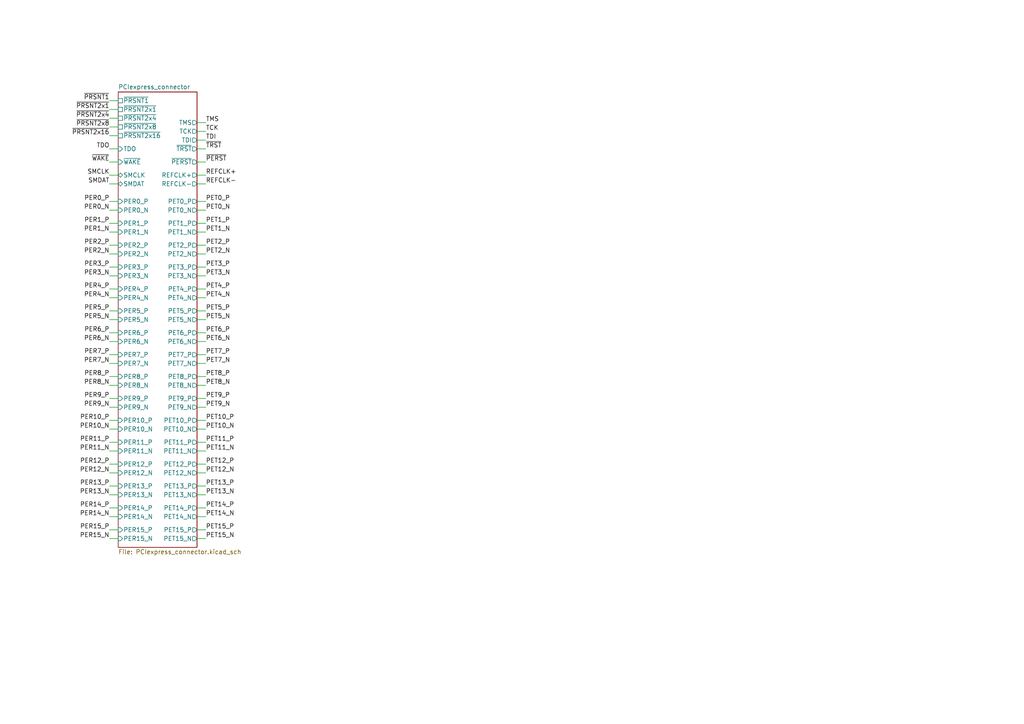
<source format=kicad_sch>
(kicad_sch
	(version 20250114)
	(generator "eeschema")
	(generator_version "9.0")
	(uuid "148df24a-5859-4411-9e44-87ad79f56f11")
	(paper "A4")
	(title_block
		(title "PCIexpress_x16_half")
		(company "Author: Luca Anastasio")
	)
	(lib_symbols)
	(wire
		(pts
			(xy 31.75 149.86) (xy 34.29 149.86)
		)
		(stroke
			(width 0)
			(type default)
		)
		(uuid "07505e2a-70b2-4115-bb08-3019cc7d8ca1")
	)
	(wire
		(pts
			(xy 57.15 60.96) (xy 59.69 60.96)
		)
		(stroke
			(width 0)
			(type default)
		)
		(uuid "0b51d660-9530-4bfa-9e40-0e6ae2e28a77")
	)
	(wire
		(pts
			(xy 31.75 140.97) (xy 34.29 140.97)
		)
		(stroke
			(width 0)
			(type default)
		)
		(uuid "0e56531b-ec0b-4000-b380-90cf182fe61d")
	)
	(wire
		(pts
			(xy 31.75 99.06) (xy 34.29 99.06)
		)
		(stroke
			(width 0)
			(type default)
		)
		(uuid "0f249db2-615e-4977-9597-1e9b5515735d")
	)
	(wire
		(pts
			(xy 57.15 118.11) (xy 59.69 118.11)
		)
		(stroke
			(width 0)
			(type default)
		)
		(uuid "12398061-b9ea-4b41-abd3-cdd5f7260c55")
	)
	(wire
		(pts
			(xy 31.75 34.29) (xy 34.29 34.29)
		)
		(stroke
			(width 0)
			(type default)
		)
		(uuid "15580b6e-df86-4ddd-9797-f46437cc7590")
	)
	(wire
		(pts
			(xy 57.15 43.18) (xy 59.69 43.18)
		)
		(stroke
			(width 0)
			(type default)
		)
		(uuid "168a9400-9414-4960-9562-ce7d6e526a8d")
	)
	(wire
		(pts
			(xy 31.75 90.17) (xy 34.29 90.17)
		)
		(stroke
			(width 0)
			(type default)
		)
		(uuid "19162d40-5ba9-482a-b0c4-e6b86f92b71c")
	)
	(wire
		(pts
			(xy 31.75 43.18) (xy 34.29 43.18)
		)
		(stroke
			(width 0)
			(type default)
		)
		(uuid "1aa016e8-dcb7-40a8-9edc-cbebe5b5cea7")
	)
	(wire
		(pts
			(xy 31.75 53.34) (xy 34.29 53.34)
		)
		(stroke
			(width 0)
			(type default)
		)
		(uuid "1b7ec145-44ee-40fe-9f8c-b0ccf5ae2d5a")
	)
	(wire
		(pts
			(xy 57.15 102.87) (xy 59.69 102.87)
		)
		(stroke
			(width 0)
			(type default)
		)
		(uuid "25dcac00-6a25-4840-9be0-a4fa8f137a1e")
	)
	(wire
		(pts
			(xy 57.15 105.41) (xy 59.69 105.41)
		)
		(stroke
			(width 0)
			(type default)
		)
		(uuid "264df426-3b74-4675-95f3-62ec84aa058d")
	)
	(wire
		(pts
			(xy 31.75 121.92) (xy 34.29 121.92)
		)
		(stroke
			(width 0)
			(type default)
		)
		(uuid "28ecff6f-1788-4f35-9033-f982ac95b396")
	)
	(wire
		(pts
			(xy 31.75 109.22) (xy 34.29 109.22)
		)
		(stroke
			(width 0)
			(type default)
		)
		(uuid "2e2c9979-eaf3-4d6b-8c74-aba88cb85fe0")
	)
	(wire
		(pts
			(xy 57.15 124.46) (xy 59.69 124.46)
		)
		(stroke
			(width 0)
			(type default)
		)
		(uuid "32ac0e74-ccc3-4612-a2dc-ebe35f43bc18")
	)
	(wire
		(pts
			(xy 57.15 58.42) (xy 59.69 58.42)
		)
		(stroke
			(width 0)
			(type default)
		)
		(uuid "36b956b7-3ca4-444d-85be-cade61c8bf9c")
	)
	(wire
		(pts
			(xy 57.15 71.12) (xy 59.69 71.12)
		)
		(stroke
			(width 0)
			(type default)
		)
		(uuid "37fbeb07-48a9-42a8-9338-391a73fe7fc2")
	)
	(wire
		(pts
			(xy 57.15 137.16) (xy 59.69 137.16)
		)
		(stroke
			(width 0)
			(type default)
		)
		(uuid "3c13ef58-090b-442f-b9ca-40a39c970f43")
	)
	(wire
		(pts
			(xy 57.15 149.86) (xy 59.69 149.86)
		)
		(stroke
			(width 0)
			(type default)
		)
		(uuid "3d6067ae-2062-465b-a67a-e80598ef4eb8")
	)
	(wire
		(pts
			(xy 31.75 124.46) (xy 34.29 124.46)
		)
		(stroke
			(width 0)
			(type default)
		)
		(uuid "3e155010-27f0-4cd3-ab43-2742ad894fe4")
	)
	(wire
		(pts
			(xy 57.15 99.06) (xy 59.69 99.06)
		)
		(stroke
			(width 0)
			(type default)
		)
		(uuid "3fbe5939-a5d6-4b23-93fb-02644e5241e9")
	)
	(wire
		(pts
			(xy 57.15 96.52) (xy 59.69 96.52)
		)
		(stroke
			(width 0)
			(type default)
		)
		(uuid "411baaa9-dafc-489c-a96d-d4e566031b25")
	)
	(wire
		(pts
			(xy 31.75 39.37) (xy 34.29 39.37)
		)
		(stroke
			(width 0)
			(type default)
		)
		(uuid "42ab7a9a-3635-4024-940b-2b069977c022")
	)
	(wire
		(pts
			(xy 57.15 134.62) (xy 59.69 134.62)
		)
		(stroke
			(width 0)
			(type default)
		)
		(uuid "443e49b2-fe48-4d46-abbc-4b1b8443cfaf")
	)
	(wire
		(pts
			(xy 57.15 80.01) (xy 59.69 80.01)
		)
		(stroke
			(width 0)
			(type default)
		)
		(uuid "4972a7c0-4c0e-4b7a-828a-d7d0349059ca")
	)
	(wire
		(pts
			(xy 57.15 35.56) (xy 59.69 35.56)
		)
		(stroke
			(width 0)
			(type default)
		)
		(uuid "4a475fdd-8bc2-4d0d-909f-3c357163b723")
	)
	(wire
		(pts
			(xy 57.15 121.92) (xy 59.69 121.92)
		)
		(stroke
			(width 0)
			(type default)
		)
		(uuid "4bb515f7-340d-45ab-a348-69e34a9f1185")
	)
	(wire
		(pts
			(xy 57.15 128.27) (xy 59.69 128.27)
		)
		(stroke
			(width 0)
			(type default)
		)
		(uuid "4be09b10-a897-40bb-82bb-17c1e5fc4596")
	)
	(wire
		(pts
			(xy 57.15 130.81) (xy 59.69 130.81)
		)
		(stroke
			(width 0)
			(type default)
		)
		(uuid "4e134fea-5ef5-4922-847e-9fe97ba21e9f")
	)
	(wire
		(pts
			(xy 57.15 64.77) (xy 59.69 64.77)
		)
		(stroke
			(width 0)
			(type default)
		)
		(uuid "4ffba883-43aa-4f31-a953-62591bee5ee4")
	)
	(wire
		(pts
			(xy 57.15 147.32) (xy 59.69 147.32)
		)
		(stroke
			(width 0)
			(type default)
		)
		(uuid "50b51fd6-86fb-4501-9bfe-a77cae357f47")
	)
	(wire
		(pts
			(xy 31.75 31.75) (xy 34.29 31.75)
		)
		(stroke
			(width 0)
			(type default)
		)
		(uuid "552f5eee-584e-4541-9280-ade4441a26e1")
	)
	(wire
		(pts
			(xy 57.15 143.51) (xy 59.69 143.51)
		)
		(stroke
			(width 0)
			(type default)
		)
		(uuid "5531128d-039f-40d2-a834-366afb2df4e2")
	)
	(wire
		(pts
			(xy 31.75 105.41) (xy 34.29 105.41)
		)
		(stroke
			(width 0)
			(type default)
		)
		(uuid "5836ca57-f640-4ba1-9633-bad51552997e")
	)
	(wire
		(pts
			(xy 57.15 86.36) (xy 59.69 86.36)
		)
		(stroke
			(width 0)
			(type default)
		)
		(uuid "5c7fde73-47df-48ca-adb5-99d020151e73")
	)
	(wire
		(pts
			(xy 31.75 80.01) (xy 34.29 80.01)
		)
		(stroke
			(width 0)
			(type default)
		)
		(uuid "5e50bc4a-c34c-40e2-b793-a9911e629117")
	)
	(wire
		(pts
			(xy 31.75 36.83) (xy 34.29 36.83)
		)
		(stroke
			(width 0)
			(type default)
		)
		(uuid "63d8cbbc-1712-4e56-8ce9-d9b5e0a95eeb")
	)
	(wire
		(pts
			(xy 57.15 77.47) (xy 59.69 77.47)
		)
		(stroke
			(width 0)
			(type default)
		)
		(uuid "695ad987-8308-4f44-907a-712f6a03c60c")
	)
	(wire
		(pts
			(xy 31.75 128.27) (xy 34.29 128.27)
		)
		(stroke
			(width 0)
			(type default)
		)
		(uuid "6d9cf16f-9b1f-4cbe-b31c-6d657ef30ea5")
	)
	(wire
		(pts
			(xy 31.75 153.67) (xy 34.29 153.67)
		)
		(stroke
			(width 0)
			(type default)
		)
		(uuid "736031f8-cb1b-4f4d-91df-f4f2f70c6cb1")
	)
	(wire
		(pts
			(xy 31.75 92.71) (xy 34.29 92.71)
		)
		(stroke
			(width 0)
			(type default)
		)
		(uuid "74f8d450-339b-4c09-9925-11214953079d")
	)
	(wire
		(pts
			(xy 57.15 83.82) (xy 59.69 83.82)
		)
		(stroke
			(width 0)
			(type default)
		)
		(uuid "7871f659-ccf6-4f7c-893d-b340e0654414")
	)
	(wire
		(pts
			(xy 31.75 115.57) (xy 34.29 115.57)
		)
		(stroke
			(width 0)
			(type default)
		)
		(uuid "7a2368db-d756-407c-9466-8b6d259959f3")
	)
	(wire
		(pts
			(xy 31.75 50.8) (xy 34.29 50.8)
		)
		(stroke
			(width 0)
			(type default)
		)
		(uuid "7be166e0-f6e5-4d13-ba6c-bcaa3fbfa29d")
	)
	(wire
		(pts
			(xy 57.15 111.76) (xy 59.69 111.76)
		)
		(stroke
			(width 0)
			(type default)
		)
		(uuid "7e04cbab-f9b3-4297-a9cb-c59ec2e34896")
	)
	(wire
		(pts
			(xy 31.75 147.32) (xy 34.29 147.32)
		)
		(stroke
			(width 0)
			(type default)
		)
		(uuid "8031c00c-2f72-4892-95d9-8dee12bc3fb4")
	)
	(wire
		(pts
			(xy 31.75 96.52) (xy 34.29 96.52)
		)
		(stroke
			(width 0)
			(type default)
		)
		(uuid "837d08a5-a03a-4b12-b8b1-c34143e83d67")
	)
	(wire
		(pts
			(xy 31.75 134.62) (xy 34.29 134.62)
		)
		(stroke
			(width 0)
			(type default)
		)
		(uuid "852ec76a-8b1c-4f05-a908-7a8689229642")
	)
	(wire
		(pts
			(xy 57.15 156.21) (xy 59.69 156.21)
		)
		(stroke
			(width 0)
			(type default)
		)
		(uuid "85e51fef-9c36-4f0d-aae9-1b27b6cb15ce")
	)
	(wire
		(pts
			(xy 31.75 130.81) (xy 34.29 130.81)
		)
		(stroke
			(width 0)
			(type default)
		)
		(uuid "8f4f6594-7128-4385-9ba4-00b551019f3b")
	)
	(wire
		(pts
			(xy 57.15 50.8) (xy 59.69 50.8)
		)
		(stroke
			(width 0)
			(type default)
		)
		(uuid "933813ef-1423-41b8-8d96-d476c28e2270")
	)
	(wire
		(pts
			(xy 57.15 53.34) (xy 59.69 53.34)
		)
		(stroke
			(width 0)
			(type default)
		)
		(uuid "93a2fc64-1677-4921-8536-0bf71ef67625")
	)
	(wire
		(pts
			(xy 31.75 156.21) (xy 34.29 156.21)
		)
		(stroke
			(width 0)
			(type default)
		)
		(uuid "954e0291-0dcf-4ec7-850d-eec2a83ff3c1")
	)
	(wire
		(pts
			(xy 31.75 46.99) (xy 34.29 46.99)
		)
		(stroke
			(width 0)
			(type default)
		)
		(uuid "9b26487d-c974-4cc6-8efa-02f610a6e769")
	)
	(wire
		(pts
			(xy 31.75 77.47) (xy 34.29 77.47)
		)
		(stroke
			(width 0)
			(type default)
		)
		(uuid "a5018b6e-3a35-488f-a64c-feb67cb05f6e")
	)
	(wire
		(pts
			(xy 31.75 102.87) (xy 34.29 102.87)
		)
		(stroke
			(width 0)
			(type default)
		)
		(uuid "abf3e6c7-7363-4271-82df-04d6d2988b32")
	)
	(wire
		(pts
			(xy 31.75 60.96) (xy 34.29 60.96)
		)
		(stroke
			(width 0)
			(type default)
		)
		(uuid "ac576953-4a00-42ea-a271-ce503cbabb5a")
	)
	(wire
		(pts
			(xy 57.15 67.31) (xy 59.69 67.31)
		)
		(stroke
			(width 0)
			(type default)
		)
		(uuid "ad03531d-4084-44c9-997a-0168888d0d53")
	)
	(wire
		(pts
			(xy 57.15 153.67) (xy 59.69 153.67)
		)
		(stroke
			(width 0)
			(type default)
		)
		(uuid "b3e55bf3-4cd2-47ef-a7fa-273f8c023276")
	)
	(wire
		(pts
			(xy 31.75 58.42) (xy 34.29 58.42)
		)
		(stroke
			(width 0)
			(type default)
		)
		(uuid "b5df2a42-dfdb-40c3-927b-c534425aa6ca")
	)
	(wire
		(pts
			(xy 31.75 143.51) (xy 34.29 143.51)
		)
		(stroke
			(width 0)
			(type default)
		)
		(uuid "c206fa56-42ce-481f-9dfa-d7bfbd898393")
	)
	(wire
		(pts
			(xy 57.15 109.22) (xy 59.69 109.22)
		)
		(stroke
			(width 0)
			(type default)
		)
		(uuid "c2852a3b-203c-447f-9c5d-b3f5e75d1ff0")
	)
	(wire
		(pts
			(xy 31.75 137.16) (xy 34.29 137.16)
		)
		(stroke
			(width 0)
			(type default)
		)
		(uuid "dd480d6d-0795-4d48-93e1-15062b2ad54d")
	)
	(wire
		(pts
			(xy 31.75 83.82) (xy 34.29 83.82)
		)
		(stroke
			(width 0)
			(type default)
		)
		(uuid "de1916c1-84fa-4b21-9295-22d2d55027ad")
	)
	(wire
		(pts
			(xy 31.75 73.66) (xy 34.29 73.66)
		)
		(stroke
			(width 0)
			(type default)
		)
		(uuid "de5f90a2-3440-434b-b022-c71ed4a886d0")
	)
	(wire
		(pts
			(xy 31.75 86.36) (xy 34.29 86.36)
		)
		(stroke
			(width 0)
			(type default)
		)
		(uuid "df9ed59b-7be2-4062-bc74-c345d1db48ee")
	)
	(wire
		(pts
			(xy 57.15 90.17) (xy 59.69 90.17)
		)
		(stroke
			(width 0)
			(type default)
		)
		(uuid "e28cf29f-1c83-4365-83b1-b0f26ccb43a9")
	)
	(wire
		(pts
			(xy 57.15 46.99) (xy 59.69 46.99)
		)
		(stroke
			(width 0)
			(type default)
		)
		(uuid "e3ddf4d2-f324-441f-af93-07aedb2d5f76")
	)
	(wire
		(pts
			(xy 31.75 111.76) (xy 34.29 111.76)
		)
		(stroke
			(width 0)
			(type default)
		)
		(uuid "e8f675bd-5a5a-40b1-bc1d-06fa7c50b5e2")
	)
	(wire
		(pts
			(xy 31.75 64.77) (xy 34.29 64.77)
		)
		(stroke
			(width 0)
			(type default)
		)
		(uuid "e93c0acd-0c66-40f1-ae45-7ef2f881b828")
	)
	(wire
		(pts
			(xy 57.15 115.57) (xy 59.69 115.57)
		)
		(stroke
			(width 0)
			(type default)
		)
		(uuid "ee35307e-a6b3-487f-af12-792c79b94753")
	)
	(wire
		(pts
			(xy 57.15 92.71) (xy 59.69 92.71)
		)
		(stroke
			(width 0)
			(type default)
		)
		(uuid "eeef387e-b831-4472-a18a-859b90da58da")
	)
	(wire
		(pts
			(xy 31.75 29.21) (xy 34.29 29.21)
		)
		(stroke
			(width 0)
			(type default)
		)
		(uuid "f08989ed-1c79-40ee-97f3-d43857d0c3aa")
	)
	(wire
		(pts
			(xy 57.15 38.1) (xy 59.69 38.1)
		)
		(stroke
			(width 0)
			(type default)
		)
		(uuid "f126f138-4c0e-4660-a741-0cdcc4f0bda5")
	)
	(wire
		(pts
			(xy 31.75 67.31) (xy 34.29 67.31)
		)
		(stroke
			(width 0)
			(type default)
		)
		(uuid "f428c5b5-330a-477b-b644-7bdc4ed949cb")
	)
	(wire
		(pts
			(xy 57.15 40.64) (xy 59.69 40.64)
		)
		(stroke
			(width 0)
			(type default)
		)
		(uuid "f7b273d2-f338-40ca-b23e-ba6af9a44521")
	)
	(wire
		(pts
			(xy 57.15 140.97) (xy 59.69 140.97)
		)
		(stroke
			(width 0)
			(type default)
		)
		(uuid "f9aca337-c3af-40b6-8d4e-ae98acfc384f")
	)
	(wire
		(pts
			(xy 57.15 73.66) (xy 59.69 73.66)
		)
		(stroke
			(width 0)
			(type default)
		)
		(uuid "fa8de0cc-bd47-4b8d-b16a-d7bf461a8a9d")
	)
	(wire
		(pts
			(xy 31.75 118.11) (xy 34.29 118.11)
		)
		(stroke
			(width 0)
			(type default)
		)
		(uuid "fe28be6c-129e-4833-aba8-5608f2b43450")
	)
	(wire
		(pts
			(xy 31.75 71.12) (xy 34.29 71.12)
		)
		(stroke
			(width 0)
			(type default)
		)
		(uuid "fe59e63e-69e7-4a0d-afdf-162089b75fb5")
	)
	(label "PER7_P"
		(at 31.75 102.87 180)
		(effects
			(font
				(size 1.27 1.27)
			)
			(justify right bottom)
		)
		(uuid "064be00f-adf2-464a-a4a6-e25f5cb695ee")
	)
	(label "TDO"
		(at 31.75 43.18 180)
		(effects
			(font
				(size 1.27 1.27)
			)
			(justify right bottom)
		)
		(uuid "06e83ae1-f085-43c8-aaaa-40c18d21793f")
	)
	(label "PER3_P"
		(at 31.75 77.47 180)
		(effects
			(font
				(size 1.27 1.27)
			)
			(justify right bottom)
		)
		(uuid "0b1a0278-06ad-4836-bc50-d8c922a0d3e5")
	)
	(label "PET13_N"
		(at 59.69 143.51 0)
		(effects
			(font
				(size 1.27 1.27)
			)
			(justify left bottom)
		)
		(uuid "0dc2efd6-8cc2-4493-bac0-b0472699a79a")
	)
	(label "PER14_P"
		(at 31.75 147.32 180)
		(effects
			(font
				(size 1.27 1.27)
			)
			(justify right bottom)
		)
		(uuid "0f858302-013f-4fe7-b6b8-ad35a357173f")
	)
	(label "PER5_P"
		(at 31.75 90.17 180)
		(effects
			(font
				(size 1.27 1.27)
			)
			(justify right bottom)
		)
		(uuid "1157323e-3808-4f0f-8a0e-0bd37fbc2e31")
	)
	(label "TDI"
		(at 59.69 40.64 0)
		(effects
			(font
				(size 1.27 1.27)
			)
			(justify left bottom)
		)
		(uuid "1225fdf1-18b8-496a-bd96-9cf92dfa7f45")
	)
	(label "PER6_N"
		(at 31.75 99.06 180)
		(effects
			(font
				(size 1.27 1.27)
			)
			(justify right bottom)
		)
		(uuid "12c2f310-c280-4c22-914e-3d4ca7b2c628")
	)
	(label "PER13_N"
		(at 31.75 143.51 180)
		(effects
			(font
				(size 1.27 1.27)
			)
			(justify right bottom)
		)
		(uuid "1589e96c-148d-4832-86d0-4f645a1e026a")
	)
	(label "PET2_N"
		(at 59.69 73.66 0)
		(effects
			(font
				(size 1.27 1.27)
			)
			(justify left bottom)
		)
		(uuid "1b076d0c-3640-473f-bbc5-7f2762ff550f")
	)
	(label "PET12_N"
		(at 59.69 137.16 0)
		(effects
			(font
				(size 1.27 1.27)
			)
			(justify left bottom)
		)
		(uuid "1e3300b1-d878-459a-a7f8-f7b8f474bd37")
	)
	(label "PER2_P"
		(at 31.75 71.12 180)
		(effects
			(font
				(size 1.27 1.27)
			)
			(justify right bottom)
		)
		(uuid "2045df47-f94e-4e06-bdbb-8b16f04c04c4")
	)
	(label "PET3_N"
		(at 59.69 80.01 0)
		(effects
			(font
				(size 1.27 1.27)
			)
			(justify left bottom)
		)
		(uuid "2731ccbd-a481-4adb-8e44-cb4340728510")
	)
	(label "PET4_P"
		(at 59.69 83.82 0)
		(effects
			(font
				(size 1.27 1.27)
			)
			(justify left bottom)
		)
		(uuid "32704da2-33dc-4d25-b285-be8bd12f44ad")
	)
	(label "PET2_P"
		(at 59.69 71.12 0)
		(effects
			(font
				(size 1.27 1.27)
			)
			(justify left bottom)
		)
		(uuid "3cbeee4b-4c38-4ac2-aeb9-b7d2268e611f")
	)
	(label "PET1_N"
		(at 59.69 67.31 0)
		(effects
			(font
				(size 1.27 1.27)
			)
			(justify left bottom)
		)
		(uuid "41f3bcba-1596-4656-9b08-57574f4d8331")
	)
	(label "PET7_P"
		(at 59.69 102.87 0)
		(effects
			(font
				(size 1.27 1.27)
			)
			(justify left bottom)
		)
		(uuid "422ee666-08b8-4dca-9b78-8755aa1c2b7c")
	)
	(label "PER10_N"
		(at 31.75 124.46 180)
		(effects
			(font
				(size 1.27 1.27)
			)
			(justify right bottom)
		)
		(uuid "428dbab9-0530-4c92-a17c-017386b29a48")
	)
	(label "PER12_P"
		(at 31.75 134.62 180)
		(effects
			(font
				(size 1.27 1.27)
			)
			(justify right bottom)
		)
		(uuid "446035a2-702f-4391-b8b7-d7143f5750ca")
	)
	(label "PET12_P"
		(at 59.69 134.62 0)
		(effects
			(font
				(size 1.27 1.27)
			)
			(justify left bottom)
		)
		(uuid "4892b399-3823-4d3b-8ccd-6417a5a8b5cd")
	)
	(label "PER12_N"
		(at 31.75 137.16 180)
		(effects
			(font
				(size 1.27 1.27)
			)
			(justify right bottom)
		)
		(uuid "496cb60a-218d-4fa6-aefd-b25b1eca848a")
	)
	(label "PET1_P"
		(at 59.69 64.77 0)
		(effects
			(font
				(size 1.27 1.27)
			)
			(justify left bottom)
		)
		(uuid "507a2701-8166-459d-9138-cb32de297881")
	)
	(label "~{PRSNT2x8}"
		(at 31.75 36.83 180)
		(effects
			(font
				(size 1.27 1.27)
			)
			(justify right bottom)
		)
		(uuid "53513290-0091-4867-9316-71bbdd705768")
	)
	(label "~{PRSNT1}"
		(at 31.75 29.21 180)
		(effects
			(font
				(size 1.27 1.27)
			)
			(justify right bottom)
		)
		(uuid "56b4bef2-5894-478a-9891-88307c71f03a")
	)
	(label "PER11_P"
		(at 31.75 128.27 180)
		(effects
			(font
				(size 1.27 1.27)
			)
			(justify right bottom)
		)
		(uuid "59d26bf5-ac1b-40b7-9090-74b9c5c9eee7")
	)
	(label "PER7_N"
		(at 31.75 105.41 180)
		(effects
			(font
				(size 1.27 1.27)
			)
			(justify right bottom)
		)
		(uuid "5e14b860-2cfc-4472-94e6-0a5e1ec48aa7")
	)
	(label "PER13_P"
		(at 31.75 140.97 180)
		(effects
			(font
				(size 1.27 1.27)
			)
			(justify right bottom)
		)
		(uuid "628a6cd8-c95c-49f7-a0b1-9a26724d5bb1")
	)
	(label "PER3_N"
		(at 31.75 80.01 180)
		(effects
			(font
				(size 1.27 1.27)
			)
			(justify right bottom)
		)
		(uuid "66d18110-a198-4a6d-80a2-bd666b398ccd")
	)
	(label "PER9_P"
		(at 31.75 115.57 180)
		(effects
			(font
				(size 1.27 1.27)
			)
			(justify right bottom)
		)
		(uuid "6939572b-c608-4e8c-8ed6-026d4857d4e7")
	)
	(label "PET14_P"
		(at 59.69 147.32 0)
		(effects
			(font
				(size 1.27 1.27)
			)
			(justify left bottom)
		)
		(uuid "69692add-d310-45a3-bbe4-fd33d2d79865")
	)
	(label "PER0_N"
		(at 31.75 60.96 180)
		(effects
			(font
				(size 1.27 1.27)
			)
			(justify right bottom)
		)
		(uuid "69b0432c-d055-49dd-85f0-f0edcd79f569")
	)
	(label "PET5_P"
		(at 59.69 90.17 0)
		(effects
			(font
				(size 1.27 1.27)
			)
			(justify left bottom)
		)
		(uuid "743e2522-c617-45c0-ad42-0faa11bc4a80")
	)
	(label "PER4_P"
		(at 31.75 83.82 180)
		(effects
			(font
				(size 1.27 1.27)
			)
			(justify right bottom)
		)
		(uuid "784f8be1-6332-4124-a928-aa1892f6e6ee")
	)
	(label "PET4_N"
		(at 59.69 86.36 0)
		(effects
			(font
				(size 1.27 1.27)
			)
			(justify left bottom)
		)
		(uuid "7c1cd32c-f812-4bfa-9521-ec499953b344")
	)
	(label "PET10_N"
		(at 59.69 124.46 0)
		(effects
			(font
				(size 1.27 1.27)
			)
			(justify left bottom)
		)
		(uuid "7c723cf1-131b-497f-a63b-297774a4b1cb")
	)
	(label "PET9_N"
		(at 59.69 118.11 0)
		(effects
			(font
				(size 1.27 1.27)
			)
			(justify left bottom)
		)
		(uuid "7cc1074c-c9a2-4a1a-bf6e-725bf7f3006d")
	)
	(label "PER14_N"
		(at 31.75 149.86 180)
		(effects
			(font
				(size 1.27 1.27)
			)
			(justify right bottom)
		)
		(uuid "7fc958c3-7e54-44da-9244-a9430f15f4b1")
	)
	(label "PET11_N"
		(at 59.69 130.81 0)
		(effects
			(font
				(size 1.27 1.27)
			)
			(justify left bottom)
		)
		(uuid "812a4f64-f76e-4a4f-834f-385a3abde6a5")
	)
	(label "PER8_P"
		(at 31.75 109.22 180)
		(effects
			(font
				(size 1.27 1.27)
			)
			(justify right bottom)
		)
		(uuid "814a0270-5e9f-4dd0-8564-3bcd49d0bd42")
	)
	(label "PER6_P"
		(at 31.75 96.52 180)
		(effects
			(font
				(size 1.27 1.27)
			)
			(justify right bottom)
		)
		(uuid "82104fbc-5da2-4e1e-8099-fc5e15955a23")
	)
	(label "PER1_N"
		(at 31.75 67.31 180)
		(effects
			(font
				(size 1.27 1.27)
			)
			(justify right bottom)
		)
		(uuid "8381198c-bb4e-4dcc-85c3-ea3e5a0038cf")
	)
	(label "PET10_P"
		(at 59.69 121.92 0)
		(effects
			(font
				(size 1.27 1.27)
			)
			(justify left bottom)
		)
		(uuid "8468b16b-e2e6-4394-b4a0-0c61e3144c8b")
	)
	(label "PET15_N"
		(at 59.69 156.21 0)
		(effects
			(font
				(size 1.27 1.27)
			)
			(justify left bottom)
		)
		(uuid "85b72338-ab26-4f75-9d65-39ccb92406cc")
	)
	(label "PER4_N"
		(at 31.75 86.36 180)
		(effects
			(font
				(size 1.27 1.27)
			)
			(justify right bottom)
		)
		(uuid "8a4e301e-e2fc-4eba-8969-d2d1664e9393")
	)
	(label "SMCLK"
		(at 31.75 50.8 180)
		(effects
			(font
				(size 1.27 1.27)
			)
			(justify right bottom)
		)
		(uuid "8a7fb862-b04c-4249-b62d-f9421f100cdb")
	)
	(label "PET9_P"
		(at 59.69 115.57 0)
		(effects
			(font
				(size 1.27 1.27)
			)
			(justify left bottom)
		)
		(uuid "91a903c4-a2f2-418f-98b0-bff6d3f55ad4")
	)
	(label "~{PRSNT2x4}"
		(at 31.75 34.29 180)
		(effects
			(font
				(size 1.27 1.27)
			)
			(justify right bottom)
		)
		(uuid "98c206e0-bdd9-499b-9cf6-b941a6c0c07f")
	)
	(label "PET15_P"
		(at 59.69 153.67 0)
		(effects
			(font
				(size 1.27 1.27)
			)
			(justify left bottom)
		)
		(uuid "9aa2a9c1-6359-40ac-b25a-d6d33d68985d")
	)
	(label "PER11_N"
		(at 31.75 130.81 180)
		(effects
			(font
				(size 1.27 1.27)
			)
			(justify right bottom)
		)
		(uuid "9f009bd0-60e7-44bf-9e17-87da8dbf653e")
	)
	(label "SMDAT"
		(at 31.75 53.34 180)
		(effects
			(font
				(size 1.27 1.27)
			)
			(justify right bottom)
		)
		(uuid "a02834f3-0c7a-4bce-8d7a-a9e1fbde3656")
	)
	(label "PER15_P"
		(at 31.75 153.67 180)
		(effects
			(font
				(size 1.27 1.27)
			)
			(justify right bottom)
		)
		(uuid "a2a00ce3-0065-49f6-acf7-37e30908d4ab")
	)
	(label "PER5_N"
		(at 31.75 92.71 180)
		(effects
			(font
				(size 1.27 1.27)
			)
			(justify right bottom)
		)
		(uuid "a7f5286e-c57a-4361-90b9-ccca3793dc0a")
	)
	(label "PET13_P"
		(at 59.69 140.97 0)
		(effects
			(font
				(size 1.27 1.27)
			)
			(justify left bottom)
		)
		(uuid "b7c80db8-0d93-4e48-8f85-dc14bfa9c67e")
	)
	(label "PER10_P"
		(at 31.75 121.92 180)
		(effects
			(font
				(size 1.27 1.27)
			)
			(justify right bottom)
		)
		(uuid "bbe7d1c8-83f3-4ce8-af6a-53b908adc8c8")
	)
	(label "~{PRSNT2x16}"
		(at 31.75 39.37 180)
		(effects
			(font
				(size 1.27 1.27)
			)
			(justify right bottom)
		)
		(uuid "bc84bd4b-e570-4e0e-bbe1-8cb3147c31f3")
	)
	(label "~{WAKE}"
		(at 31.75 46.99 180)
		(effects
			(font
				(size 1.27 1.27)
			)
			(justify right bottom)
		)
		(uuid "be3a4864-2f3c-4e3d-a61c-f01d13c6069f")
	)
	(label "PET6_P"
		(at 59.69 96.52 0)
		(effects
			(font
				(size 1.27 1.27)
			)
			(justify left bottom)
		)
		(uuid "c93a08cb-8cb1-4f93-a22b-04b00ca41f85")
	)
	(label "PET0_N"
		(at 59.69 60.96 0)
		(effects
			(font
				(size 1.27 1.27)
			)
			(justify left bottom)
		)
		(uuid "ca251a86-4db8-45cc-95ef-9e397ff49993")
	)
	(label "REFCLK-"
		(at 59.69 53.34 0)
		(effects
			(font
				(size 1.27 1.27)
			)
			(justify left bottom)
		)
		(uuid "cb4cedd0-fee7-471f-8788-5424681252a5")
	)
	(label "PET8_N"
		(at 59.69 111.76 0)
		(effects
			(font
				(size 1.27 1.27)
			)
			(justify left bottom)
		)
		(uuid "cebd10e1-ce43-48ed-aed2-bdddc67c5d65")
	)
	(label "PET0_P"
		(at 59.69 58.42 0)
		(effects
			(font
				(size 1.27 1.27)
			)
			(justify left bottom)
		)
		(uuid "cf868ab2-c0db-40e9-b2b6-b696a2dac816")
	)
	(label "~{PERST}"
		(at 59.69 46.99 0)
		(effects
			(font
				(size 1.27 1.27)
			)
			(justify left bottom)
		)
		(uuid "dffcd1f0-a67a-434e-977d-b678ea3ddf72")
	)
	(label "PER1_P"
		(at 31.75 64.77 180)
		(effects
			(font
				(size 1.27 1.27)
			)
			(justify right bottom)
		)
		(uuid "e220f427-dc50-4ecf-a9b0-4fbd8ef0ee5b")
	)
	(label "PER2_N"
		(at 31.75 73.66 180)
		(effects
			(font
				(size 1.27 1.27)
			)
			(justify right bottom)
		)
		(uuid "e61de8e7-2ded-4aaf-97e9-cc99990095f4")
	)
	(label "PET14_N"
		(at 59.69 149.86 0)
		(effects
			(font
				(size 1.27 1.27)
			)
			(justify left bottom)
		)
		(uuid "ea0509ce-8f07-4e4f-88eb-40579b7abe45")
	)
	(label "REFCLK+"
		(at 59.69 50.8 0)
		(effects
			(font
				(size 1.27 1.27)
			)
			(justify left bottom)
		)
		(uuid "ea5042ae-b66d-413b-8af2-23d801c2daf1")
	)
	(label "PET11_P"
		(at 59.69 128.27 0)
		(effects
			(font
				(size 1.27 1.27)
			)
			(justify left bottom)
		)
		(uuid "ea65db84-23ff-428e-8c51-8be3c7f8b9e3")
	)
	(label "PER0_P"
		(at 31.75 58.42 180)
		(effects
			(font
				(size 1.27 1.27)
			)
			(justify right bottom)
		)
		(uuid "ea79536c-aeb3-4766-b532-241a4b81bea0")
	)
	(label "TMS"
		(at 59.69 35.56 0)
		(effects
			(font
				(size 1.27 1.27)
			)
			(justify left bottom)
		)
		(uuid "ec7d0d9d-f69a-4a75-aef7-ebfbabfc12b2")
	)
	(label "TCK"
		(at 59.69 38.1 0)
		(effects
			(font
				(size 1.27 1.27)
			)
			(justify left bottom)
		)
		(uuid "f09f64c1-5d64-460f-bb5f-8d841e6fbaaf")
	)
	(label "PET8_P"
		(at 59.69 109.22 0)
		(effects
			(font
				(size 1.27 1.27)
			)
			(justify left bottom)
		)
		(uuid "f0e31f7f-31cb-4e87-abcd-c5474ea638b4")
	)
	(label "PER15_N"
		(at 31.75 156.21 180)
		(effects
			(font
				(size 1.27 1.27)
			)
			(justify right bottom)
		)
		(uuid "f2aec816-3734-4062-9d25-5b5ba84bd2d4")
	)
	(label "~{PRSNT2x1}"
		(at 31.75 31.75 180)
		(effects
			(font
				(size 1.27 1.27)
			)
			(justify right bottom)
		)
		(uuid "f3b85eac-bb8d-4189-bcce-a85eff34cd4d")
	)
	(label "PET3_P"
		(at 59.69 77.47 0)
		(effects
			(font
				(size 1.27 1.27)
			)
			(justify left bottom)
		)
		(uuid "f5d22922-61b4-4599-8078-9d6bbbaffdfb")
	)
	(label "PER8_N"
		(at 31.75 111.76 180)
		(effects
			(font
				(size 1.27 1.27)
			)
			(justify right bottom)
		)
		(uuid "f7bd9ba8-0a66-4f41-abcb-04269f724a2e")
	)
	(label "PER9_N"
		(at 31.75 118.11 180)
		(effects
			(font
				(size 1.27 1.27)
			)
			(justify right bottom)
		)
		(uuid "f9fd8dec-b992-4495-8b9d-f7ab744081dc")
	)
	(label "PET7_N"
		(at 59.69 105.41 0)
		(effects
			(font
				(size 1.27 1.27)
			)
			(justify left bottom)
		)
		(uuid "fac9e04c-6bb8-43bb-8778-61136b3eef6b")
	)
	(label "~{TRST}"
		(at 59.69 43.18 0)
		(effects
			(font
				(size 1.27 1.27)
			)
			(justify left bottom)
		)
		(uuid "fc1ad306-e56f-41b0-8e45-01de09de9acc")
	)
	(label "PET5_N"
		(at 59.69 92.71 0)
		(effects
			(font
				(size 1.27 1.27)
			)
			(justify left bottom)
		)
		(uuid "fcab220c-3649-4b22-afed-3808db375d2e")
	)
	(label "PET6_N"
		(at 59.69 99.06 0)
		(effects
			(font
				(size 1.27 1.27)
			)
			(justify left bottom)
		)
		(uuid "fd75f7a8-8ef9-4dcf-b0eb-4cebdfe240d2")
	)
	(sheet
		(at 34.29 26.67)
		(size 22.86 132.08)
		(exclude_from_sim no)
		(in_bom yes)
		(on_board yes)
		(dnp no)
		(fields_autoplaced yes)
		(stroke
			(width 0)
			(type solid)
		)
		(fill
			(color 0 0 0 0.0000)
		)
		(uuid "00000000-0000-0000-0000-00005d508b15")
		(property "Sheetname" "PCIexpress_connector"
			(at 34.29 25.9584 0)
			(effects
				(font
					(size 1.27 1.27)
				)
				(justify left bottom)
			)
		)
		(property "Sheetfile" "PCIexpress_connector.kicad_sch"
			(at 34.29 159.3346 0)
			(effects
				(font
					(size 1.27 1.27)
				)
				(justify left top)
			)
		)
		(pin "PET0_P" output
			(at 57.15 58.42 0)
			(uuid "e68c9d56-e63f-4e45-bff6-5a2cef18bd94")
			(effects
				(font
					(size 1.27 1.27)
				)
				(justify right)
			)
		)
		(pin "PET0_N" output
			(at 57.15 60.96 0)
			(uuid "0010e7d3-77fe-46d8-9b59-fe20d35bf2fc")
			(effects
				(font
					(size 1.27 1.27)
				)
				(justify right)
			)
		)
		(pin "REFCLK+" output
			(at 57.15 50.8 0)
			(uuid "ec44ae5f-31a2-4614-9691-c34903e3c14c")
			(effects
				(font
					(size 1.27 1.27)
				)
				(justify right)
			)
		)
		(pin "REFCLK-" output
			(at 57.15 53.34 0)
			(uuid "8437795c-74da-47d7-adac-5657031a977f")
			(effects
				(font
					(size 1.27 1.27)
				)
				(justify right)
			)
		)
		(pin "~{PRSNT2x16}" passive
			(at 34.29 39.37 180)
			(uuid "0c2e25fd-c68d-4dd7-8c6d-2832ea4fb0b9")
			(effects
				(font
					(size 1.27 1.27)
				)
				(justify left)
			)
		)
		(pin "TDO" input
			(at 34.29 43.18 180)
			(uuid "9ad47f0f-150c-4aad-8224-186562706935")
			(effects
				(font
					(size 1.27 1.27)
				)
				(justify left)
			)
		)
		(pin "TMS" output
			(at 57.15 35.56 0)
			(uuid "438f8815-bb92-46eb-962f-bc2792dfc8c6")
			(effects
				(font
					(size 1.27 1.27)
				)
				(justify right)
			)
		)
		(pin "TDI" output
			(at 57.15 40.64 0)
			(uuid "82ff72ee-a795-44ed-99dc-76e75f03cbba")
			(effects
				(font
					(size 1.27 1.27)
				)
				(justify right)
			)
		)
		(pin "TCK" output
			(at 57.15 38.1 0)
			(uuid "9642c1a9-ce62-4b76-99c3-6fc14a9dcf45")
			(effects
				(font
					(size 1.27 1.27)
				)
				(justify right)
			)
		)
		(pin "PET1_P" output
			(at 57.15 64.77 0)
			(uuid "388d1292-b559-4ffc-8f6a-b6b18b26ce8c")
			(effects
				(font
					(size 1.27 1.27)
				)
				(justify right)
			)
		)
		(pin "PET1_N" output
			(at 57.15 67.31 0)
			(uuid "c364b455-be28-41c5-b27b-0aede7e42937")
			(effects
				(font
					(size 1.27 1.27)
				)
				(justify right)
			)
		)
		(pin "PET2_P" output
			(at 57.15 71.12 0)
			(uuid "9afcbdfb-cc64-4071-9bcc-986dec574fbb")
			(effects
				(font
					(size 1.27 1.27)
				)
				(justify right)
			)
		)
		(pin "PET2_N" output
			(at 57.15 73.66 0)
			(uuid "cec5f34e-547b-49e6-8024-b092371fbedd")
			(effects
				(font
					(size 1.27 1.27)
				)
				(justify right)
			)
		)
		(pin "PET3_P" output
			(at 57.15 77.47 0)
			(uuid "279daca0-dfd3-489d-8fbc-6461dd820d7b")
			(effects
				(font
					(size 1.27 1.27)
				)
				(justify right)
			)
		)
		(pin "PET3_N" output
			(at 57.15 80.01 0)
			(uuid "03792a74-4544-46c5-a622-81b9e29a0ad3")
			(effects
				(font
					(size 1.27 1.27)
				)
				(justify right)
			)
		)
		(pin "PER1_P" input
			(at 34.29 64.77 180)
			(uuid "7ed95977-141e-4b09-80b2-744e8abbf7c3")
			(effects
				(font
					(size 1.27 1.27)
				)
				(justify left)
			)
		)
		(pin "PER1_N" input
			(at 34.29 67.31 180)
			(uuid "3ba88060-0620-4b18-9f7c-90be3df69a7d")
			(effects
				(font
					(size 1.27 1.27)
				)
				(justify left)
			)
		)
		(pin "PER2_P" input
			(at 34.29 71.12 180)
			(uuid "308b8031-bec1-41a7-bfbc-f868c7057017")
			(effects
				(font
					(size 1.27 1.27)
				)
				(justify left)
			)
		)
		(pin "PER2_N" input
			(at 34.29 73.66 180)
			(uuid "62773874-9226-481d-8749-ec8dee2ab80e")
			(effects
				(font
					(size 1.27 1.27)
				)
				(justify left)
			)
		)
		(pin "PER3_P" input
			(at 34.29 77.47 180)
			(uuid "c813909f-b142-4ea1-95e8-41ee8e6ab591")
			(effects
				(font
					(size 1.27 1.27)
				)
				(justify left)
			)
		)
		(pin "PER3_N" input
			(at 34.29 80.01 180)
			(uuid "63afd03c-8219-48c4-a533-5bd94c98ec83")
			(effects
				(font
					(size 1.27 1.27)
				)
				(justify left)
			)
		)
		(pin "PER4_P" input
			(at 34.29 83.82 180)
			(uuid "86a14e00-eac1-42b8-8169-436f99d9ac8f")
			(effects
				(font
					(size 1.27 1.27)
				)
				(justify left)
			)
		)
		(pin "PER4_N" input
			(at 34.29 86.36 180)
			(uuid "c5624cbf-6e21-4f36-adc8-184f8892e0d5")
			(effects
				(font
					(size 1.27 1.27)
				)
				(justify left)
			)
		)
		(pin "PER5_P" input
			(at 34.29 90.17 180)
			(uuid "76ae4546-8b27-4ceb-8ab5-dd919186eede")
			(effects
				(font
					(size 1.27 1.27)
				)
				(justify left)
			)
		)
		(pin "PER5_N" input
			(at 34.29 92.71 180)
			(uuid "8c97de2d-bea9-4af8-8273-6656e8580240")
			(effects
				(font
					(size 1.27 1.27)
				)
				(justify left)
			)
		)
		(pin "PER6_P" input
			(at 34.29 96.52 180)
			(uuid "ce5a7a9a-3cb2-4e9c-88e3-d7dff3c1044a")
			(effects
				(font
					(size 1.27 1.27)
				)
				(justify left)
			)
		)
		(pin "PER6_N" input
			(at 34.29 99.06 180)
			(uuid "45f1361a-a571-4913-bf15-c1ed330e8ef8")
			(effects
				(font
					(size 1.27 1.27)
				)
				(justify left)
			)
		)
		(pin "PER7_P" input
			(at 34.29 102.87 180)
			(uuid "26796d08-b892-41b7-9177-eade62a0086d")
			(effects
				(font
					(size 1.27 1.27)
				)
				(justify left)
			)
		)
		(pin "PER7_N" input
			(at 34.29 105.41 180)
			(uuid "a2ccf65c-2a72-4497-b2ba-3623c9741def")
			(effects
				(font
					(size 1.27 1.27)
				)
				(justify left)
			)
		)
		(pin "~{WAKE}" input
			(at 34.29 46.99 180)
			(uuid "d0f79534-05da-46ef-ba58-b239c4325107")
			(effects
				(font
					(size 1.27 1.27)
				)
				(justify left)
			)
		)
		(pin "~{TRST}" output
			(at 57.15 43.18 0)
			(uuid "3a157506-4552-4707-b928-c03b9bae3493")
			(effects
				(font
					(size 1.27 1.27)
				)
				(justify right)
			)
		)
		(pin "SMCLK" bidirectional
			(at 34.29 50.8 180)
			(uuid "4b4296b0-7c2a-4ac5-a417-6bbbc6931bab")
			(effects
				(font
					(size 1.27 1.27)
				)
				(justify left)
			)
		)
		(pin "SMDAT" bidirectional
			(at 34.29 53.34 180)
			(uuid "ac9b35c6-6285-4d56-82a4-f2f814107c04")
			(effects
				(font
					(size 1.27 1.27)
				)
				(justify left)
			)
		)
		(pin "~{PERST}" output
			(at 57.15 46.99 0)
			(uuid "95eeada2-4b61-4d53-9811-7b99d6f2099c")
			(effects
				(font
					(size 1.27 1.27)
				)
				(justify right)
			)
		)
		(pin "~{PRSNT1}" passive
			(at 34.29 29.21 180)
			(uuid "0e848d7f-c8ad-433e-b383-07fc0e8f3367")
			(effects
				(font
					(size 1.27 1.27)
				)
				(justify left)
			)
		)
		(pin "~{PRSNT2x8}" passive
			(at 34.29 36.83 180)
			(uuid "a68653e1-7c0a-4a05-b00d-67a0d7f0f7a1")
			(effects
				(font
					(size 1.27 1.27)
				)
				(justify left)
			)
		)
		(pin "~{PRSNT2x4}" passive
			(at 34.29 34.29 180)
			(uuid "533b3635-b849-421c-b95e-a8e037b68e35")
			(effects
				(font
					(size 1.27 1.27)
				)
				(justify left)
			)
		)
		(pin "~{PRSNT2x1}" passive
			(at 34.29 31.75 180)
			(uuid "ecaa9952-6afe-490c-a231-bd242397710f")
			(effects
				(font
					(size 1.27 1.27)
				)
				(justify left)
			)
		)
		(pin "PET4_P" output
			(at 57.15 83.82 0)
			(uuid "30a29f4a-3b25-442b-ae01-07a60c954355")
			(effects
				(font
					(size 1.27 1.27)
				)
				(justify right)
			)
		)
		(pin "PET4_N" output
			(at 57.15 86.36 0)
			(uuid "d2a92e96-9781-4a8e-bdab-eafa335d82d2")
			(effects
				(font
					(size 1.27 1.27)
				)
				(justify right)
			)
		)
		(pin "PET5_P" output
			(at 57.15 90.17 0)
			(uuid "b4b5b4e1-8de3-4f97-9e33-da473c193d33")
			(effects
				(font
					(size 1.27 1.27)
				)
				(justify right)
			)
		)
		(pin "PET5_N" output
			(at 57.15 92.71 0)
			(uuid "59b3b2ff-4054-4919-aabb-653235678af1")
			(effects
				(font
					(size 1.27 1.27)
				)
				(justify right)
			)
		)
		(pin "PET6_P" output
			(at 57.15 96.52 0)
			(uuid "ee0a9c5b-6544-42ff-ba49-a5bb5bef56dc")
			(effects
				(font
					(size 1.27 1.27)
				)
				(justify right)
			)
		)
		(pin "PET6_N" output
			(at 57.15 99.06 0)
			(uuid "f5527830-a076-4b43-be89-bbbc47ebab2a")
			(effects
				(font
					(size 1.27 1.27)
				)
				(justify right)
			)
		)
		(pin "PET7_P" output
			(at 57.15 102.87 0)
			(uuid "e11778a4-9b1e-427d-b4ce-2425afac1e7a")
			(effects
				(font
					(size 1.27 1.27)
				)
				(justify right)
			)
		)
		(pin "PET7_N" output
			(at 57.15 105.41 0)
			(uuid "50f40bff-f711-4568-88a6-d6cb6421beb0")
			(effects
				(font
					(size 1.27 1.27)
				)
				(justify right)
			)
		)
		(pin "PER0_N" input
			(at 34.29 60.96 180)
			(uuid "f5a69b90-1b72-4ede-8d91-680909eacc63")
			(effects
				(font
					(size 1.27 1.27)
				)
				(justify left)
			)
		)
		(pin "PER0_P" input
			(at 34.29 58.42 180)
			(uuid "fed9eddd-a375-445a-b965-6ed64dde19cb")
			(effects
				(font
					(size 1.27 1.27)
				)
				(justify left)
			)
		)
		(pin "PER8_P" input
			(at 34.29 109.22 180)
			(uuid "c839b5d5-d0e7-460f-a07f-739ea053ea4e")
			(effects
				(font
					(size 1.27 1.27)
				)
				(justify left)
			)
		)
		(pin "PER8_N" input
			(at 34.29 111.76 180)
			(uuid "1bf49ac1-2dbf-4c48-9b07-87cd592c48d8")
			(effects
				(font
					(size 1.27 1.27)
				)
				(justify left)
			)
		)
		(pin "PER9_P" input
			(at 34.29 115.57 180)
			(uuid "11b2ba32-1f4e-4e26-967f-bff729590b9f")
			(effects
				(font
					(size 1.27 1.27)
				)
				(justify left)
			)
		)
		(pin "PER9_N" input
			(at 34.29 118.11 180)
			(uuid "4abd9277-5445-48e7-8555-436d22f7c3f9")
			(effects
				(font
					(size 1.27 1.27)
				)
				(justify left)
			)
		)
		(pin "PET8_P" output
			(at 57.15 109.22 0)
			(uuid "1ad8bf51-6322-479a-b5fa-11778915514b")
			(effects
				(font
					(size 1.27 1.27)
				)
				(justify right)
			)
		)
		(pin "PET8_N" output
			(at 57.15 111.76 0)
			(uuid "61ef2a7a-6677-4957-a4ad-a1948fe032c9")
			(effects
				(font
					(size 1.27 1.27)
				)
				(justify right)
			)
		)
		(pin "PET9_P" output
			(at 57.15 115.57 0)
			(uuid "5c24bfe5-fb3f-4e3c-ac45-faf97858326c")
			(effects
				(font
					(size 1.27 1.27)
				)
				(justify right)
			)
		)
		(pin "PET9_N" output
			(at 57.15 118.11 0)
			(uuid "10a18c35-d0fa-4e10-81e5-c51c41782f79")
			(effects
				(font
					(size 1.27 1.27)
				)
				(justify right)
			)
		)
		(pin "PER11_P" input
			(at 34.29 128.27 180)
			(uuid "527dc5f6-5934-48a0-bcd5-1b823a2ffaf9")
			(effects
				(font
					(size 1.27 1.27)
				)
				(justify left)
			)
		)
		(pin "PER11_N" input
			(at 34.29 130.81 180)
			(uuid "59097960-8b41-4501-8ca9-5c4ca5442ba8")
			(effects
				(font
					(size 1.27 1.27)
				)
				(justify left)
			)
		)
		(pin "PER12_P" input
			(at 34.29 134.62 180)
			(uuid "a38e8791-9860-47a7-af33-8fb836de270b")
			(effects
				(font
					(size 1.27 1.27)
				)
				(justify left)
			)
		)
		(pin "PER12_N" input
			(at 34.29 137.16 180)
			(uuid "7890a348-8e3a-4c57-bcf3-bd8bb8085fba")
			(effects
				(font
					(size 1.27 1.27)
				)
				(justify left)
			)
		)
		(pin "PER13_P" input
			(at 34.29 140.97 180)
			(uuid "bc79a06e-ffb3-4ac5-b4a0-af309a29ecb6")
			(effects
				(font
					(size 1.27 1.27)
				)
				(justify left)
			)
		)
		(pin "PER13_N" input
			(at 34.29 143.51 180)
			(uuid "7e9bea5a-86d8-4b31-9248-dffa7e11cb3c")
			(effects
				(font
					(size 1.27 1.27)
				)
				(justify left)
			)
		)
		(pin "PER14_P" input
			(at 34.29 147.32 180)
			(uuid "1216b099-7b87-4318-b3f2-19e899e414a0")
			(effects
				(font
					(size 1.27 1.27)
				)
				(justify left)
			)
		)
		(pin "PER14_N" input
			(at 34.29 149.86 180)
			(uuid "ea7fb98c-3504-442c-853e-98aedd592789")
			(effects
				(font
					(size 1.27 1.27)
				)
				(justify left)
			)
		)
		(pin "PER15_P" input
			(at 34.29 153.67 180)
			(uuid "5ae4568f-cb8f-4877-9b0c-b08aa7205ade")
			(effects
				(font
					(size 1.27 1.27)
				)
				(justify left)
			)
		)
		(pin "PER15_N" input
			(at 34.29 156.21 180)
			(uuid "b68d0a36-b101-4c14-bcd6-dd44825e2d34")
			(effects
				(font
					(size 1.27 1.27)
				)
				(justify left)
			)
		)
		(pin "PER10_N" input
			(at 34.29 124.46 180)
			(uuid "32f7f016-e35f-46b8-a7da-2d4f68627ad8")
			(effects
				(font
					(size 1.27 1.27)
				)
				(justify left)
			)
		)
		(pin "PER10_P" input
			(at 34.29 121.92 180)
			(uuid "e57ecb20-858c-4c8a-8566-329b24bea09b")
			(effects
				(font
					(size 1.27 1.27)
				)
				(justify left)
			)
		)
		(pin "PET10_P" output
			(at 57.15 121.92 0)
			(uuid "92dc37e4-593e-448a-bec8-2d58fcb227f0")
			(effects
				(font
					(size 1.27 1.27)
				)
				(justify right)
			)
		)
		(pin "PET10_N" output
			(at 57.15 124.46 0)
			(uuid "a126f969-8114-42e5-8a21-34d05e622b14")
			(effects
				(font
					(size 1.27 1.27)
				)
				(justify right)
			)
		)
		(pin "PET11_P" output
			(at 57.15 128.27 0)
			(uuid "6b621328-742c-4b6f-8232-da32e69f7646")
			(effects
				(font
					(size 1.27 1.27)
				)
				(justify right)
			)
		)
		(pin "PET11_N" output
			(at 57.15 130.81 0)
			(uuid "5aca975a-6e38-424f-bed6-16cd235c8843")
			(effects
				(font
					(size 1.27 1.27)
				)
				(justify right)
			)
		)
		(pin "PET12_P" output
			(at 57.15 134.62 0)
			(uuid "ffbea27b-5ab8-47fc-9cc5-7fa94983cb04")
			(effects
				(font
					(size 1.27 1.27)
				)
				(justify right)
			)
		)
		(pin "PET12_N" output
			(at 57.15 137.16 0)
			(uuid "079b616a-a806-4f52-b47d-66f7265593c3")
			(effects
				(font
					(size 1.27 1.27)
				)
				(justify right)
			)
		)
		(pin "PET13_P" output
			(at 57.15 140.97 0)
			(uuid "92b05650-5909-4b27-9338-6a197adc8b8b")
			(effects
				(font
					(size 1.27 1.27)
				)
				(justify right)
			)
		)
		(pin "PET13_N" output
			(at 57.15 143.51 0)
			(uuid "a61ceccb-069b-4431-b4ca-ff6af904d513")
			(effects
				(font
					(size 1.27 1.27)
				)
				(justify right)
			)
		)
		(pin "PET14_P" output
			(at 57.15 147.32 0)
			(uuid "aa440b56-78ef-4989-bd27-cbdd02d6b165")
			(effects
				(font
					(size 1.27 1.27)
				)
				(justify right)
			)
		)
		(pin "PET14_N" output
			(at 57.15 149.86 0)
			(uuid "98b8bd7b-17ad-41eb-9919-46354c4c8538")
			(effects
				(font
					(size 1.27 1.27)
				)
				(justify right)
			)
		)
		(pin "PET15_P" output
			(at 57.15 153.67 0)
			(uuid "b82b2c31-7adc-4be4-b96c-7fa9d35d934e")
			(effects
				(font
					(size 1.27 1.27)
				)
				(justify right)
			)
		)
		(pin "PET15_N" output
			(at 57.15 156.21 0)
			(uuid "f573ca03-38eb-4012-88af-d532d8cb5b2c")
			(effects
				(font
					(size 1.27 1.27)
				)
				(justify right)
			)
		)
		(instances
			(project "PCIexpress_x16_half"
				(path "/148df24a-5859-4411-9e44-87ad79f56f11"
					(page "2")
				)
			)
		)
	)
	(sheet_instances
		(path "/"
			(page "1")
		)
	)
	(embedded_fonts no)
)

</source>
